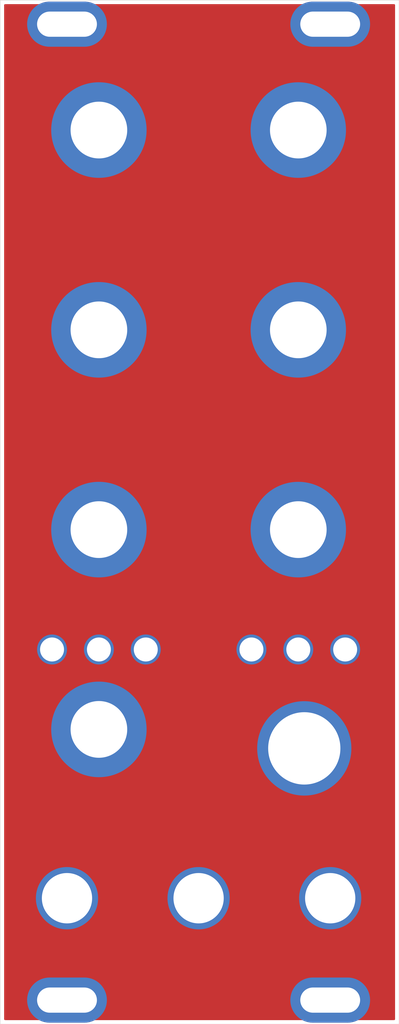
<source format=kicad_pcb>
(kicad_pcb (version 20240108) (generator "pcbnew") (generator_version "8.0")
  (layers (0 "F.Cu" signal) (31 "B.Cu" signal) (34 "B.Paste" user) (35 "F.Paste" user) (36 "B.SilkS" user "B.Silkscreen") (37 "F.SilkS" user "F.Silkscreen") (38 "B.Mask" user) (39 "F.Mask" user) (44 "Edge.Cuts" user))
  (net 0 "")
  (net 1 "GND")
  (footprint "synthesis:thonkiconn_panel" (layer "F.Cu") (at 98.933 147.32)
    (property "Reference" "REF**" (at 0 -0.5 0) (layer "F.SilkS") (effects (font (thickness 0.1))))
    (property "Value" "thonkiconn_panel" (hide yes))
    (pad "" thru_hole circle (at 0 0) (size 7.9248 7.9248) (drill 6.4008) (layers "*.Cu" "*.Mask") (net 1 "GND"))
  )
  (footprint "synthesis:PANEL_KNOB_SPECTRUM_SMALL" (layer "F.Cu") (at 102.997 125.857)
    (property "Reference" "REF**" (at 0 -0.5 0) (layer "F.SilkS") (effects (font (thickness 0.1))))
    (property "Value" "PANEL_KNOB_SPECTRUM_SMALL")
    (pad "" thru_hole circle (at 0 0) (size 12.15 12.15) (drill 7.2136) (layers "*.Cu" "*.Mask") (net 1 "GND"))
  )
  (footprint "synthesis:PANEL_KNOB_SPECTRUM_SMALL" (layer "F.Cu") (at 102.997 100.457)
    (property "Reference" "REF**" (at 0 -0.5 0) (layer "F.SilkS") (effects (font (thickness 0.1))))
    (property "Value" "PANEL_KNOB_SPECTRUM_SMALL")
    (pad "" thru_hole circle (at 0 0) (size 12.15 12.15) (drill 7.2136) (layers "*.Cu" "*.Mask") (net 1 "GND"))
  )
  (footprint "synthesis:PANEL_MOUNTING_HOLE" (layer "F.Cu") (at 132.461 160.274)
    (property "Reference" "REF**" (hide yes))
    (property "Value" "PANEL_MOUNTING_HOLE" (hide yes))
    (pad "" thru_hole oval (at 0 0) (size 10.16 5.7404) (drill oval 7.62 3.2004) (layers "*.Cu" "*.Mask") (net 1 "GND"))
  )
  (footprint "synthesis:3mm_led_faceplate_hole" (layer "F.Cu") (at 122.428 115.697)
    (property "Reference" "REF**" (hide yes))
    (property "Value" "3mm_led_faceplate_hole" (hide yes))
    (pad "" thru_hole circle (at 0 0) (size 3.81 3.81) (drill 3.048) (layers "*.Cu" "*.Mask") (net 1 "GND"))
  )
  (footprint "synthesis:PANEL_KNOB_SPECTRUM_SMALL" (layer "F.Cu") (at 102.997 75.057)
    (property "Reference" "REF**" (at 0 -0.5 0) (layer "F.SilkS") (effects (font (thickness 0.1))))
    (property "Value" "PANEL_KNOB_SPECTRUM_SMALL")
    (pad "" thru_hole circle (at 0 0) (size 12.15 12.15) (drill 7.2136) (layers "*.Cu" "*.Mask") (net 1 "GND"))
  )
  (footprint "synthesis:thonkiconn_panel" (layer "F.Cu") (at 115.697 147.32)
    (property "Reference" "REF**" (at 0 -0.5 0) (layer "F.SilkS") (effects (font (thickness 0.1))))
    (property "Value" "thonkiconn_panel" (hide yes))
    (pad "" thru_hole circle (at 0 0) (size 7.9248 7.9248) (drill 6.4008) (layers "*.Cu" "*.Mask") (net 1 "GND"))
  )
  (footprint "synthesis:3mm_led_faceplate_hole" (layer "F.Cu") (at 134.366 115.697)
    (property "Reference" "REF**" (hide yes))
    (property "Value" "3mm_led_faceplate_hole" (hide yes))
    (pad "" thru_hole circle (at 0 0) (size 3.81 3.81) (drill 3.048) (layers "*.Cu" "*.Mask") (net 1 "GND"))
  )
  (footprint "synthesis:PANEL_MOUNTING_HOLE" (layer "F.Cu") (at 98.933 160.274)
    (property "Reference" "REF**" (hide yes))
    (property "Value" "PANEL_MOUNTING_HOLE" (hide yes))
    (pad "" thru_hole oval (at 0 0) (size 10.16 5.7404) (drill oval 7.62 3.2004) (layers "*.Cu" "*.Mask") (net 1 "GND"))
  )
  (footprint "synthesis:PANEL_MOUNTING_HOLE" (layer "F.Cu") (at 98.933 36.195)
    (property "Reference" "REF**" (hide yes))
    (property "Value" "PANEL_MOUNTING_HOLE" (hide yes))
    (pad "" thru_hole oval (at 0 0) (size 10.16 5.7404) (drill oval 7.62 3.2004) (layers "*.Cu" "*.Mask") (net 1 "GND"))
  )
  (footprint "synthesis:3mm_led_faceplate_hole" (layer "F.Cu") (at 128.397 115.697)
    (property "Reference" "REF**" (hide yes))
    (property "Value" "3mm_led_faceplate_hole" (hide yes))
    (pad "" thru_hole circle (at 0 0) (size 3.81 3.81) (drill 3.048) (layers "*.Cu" "*.Mask") (net 1 "GND"))
  )
  (footprint "synthesis:PANEL_MOUNTING_HOLE" (layer "F.Cu") (at 132.461 36.195)
    (property "Reference" "REF**" (hide yes))
    (property "Value" "PANEL_MOUNTING_HOLE" (hide yes))
    (pad "" thru_hole oval (at 0 0) (size 10.16 5.7404) (drill oval 7.62 3.2004) (layers "*.Cu" "*.Mask") (net 1 "GND"))
  )
  (footprint "synthesis:PANEL_KNOB_SPECTRUM_SMALL" (layer "F.Cu") (at 128.397 49.657)
    (property "Reference" "REF**" (at 0 -0.5 0) (layer "F.SilkS") (effects (font (thickness 0.1))))
    (property "Value" "PANEL_KNOB_SPECTRUM_SMALL")
    (pad "" thru_hole circle (at 0 0) (size 12.15 12.15) (drill 7.2136) (layers "*.Cu" "*.Mask") (net 1 "GND"))
  )
  (footprint "synthesis:thonkiconn_panel" (layer "F.Cu") (at 132.461 147.32)
    (property "Reference" "REF**" (at 0 -0.5 0) (layer "F.SilkS") (effects (font (thickness 0.1))))
    (property "Value" "thonkiconn_panel" (hide yes))
    (pad "" thru_hole circle (at 0 0) (size 7.9248 7.9248) (drill 6.4008) (layers "*.Cu" "*.Mask") (net 1 "GND"))
  )
  (footprint "synthesis:3mm_led_faceplate_hole" (layer "F.Cu") (at 97.028 115.697)
    (property "Reference" "REF**" (hide yes))
    (property "Value" "3mm_led_faceplate_hole" (hide yes))
    (pad "" thru_hole circle (at 0 0) (size 3.81 3.81) (drill 3.048) (layers "*.Cu" "*.Mask") (net 1 "GND"))
  )
  (footprint "synthesis:PANEL_KNOB_SPECTRUM_SMALL" (layer "F.Cu") (at 128.397 75.057)
    (property "Reference" "REF**" (at 0 -0.5 0) (layer "F.SilkS") (effects (font (thickness 0.1))))
    (property "Value" "PANEL_KNOB_SPECTRUM_SMALL")
    (pad "" thru_hole circle (at 0 0) (size 12.15 12.15) (drill 7.2136) (layers "*.Cu" "*.Mask") (net 1 "GND"))
  )
  (footprint "synthesis:PANEL_JACK_0.25''" (layer "F.Cu") (at 129.159 128.27)
    (property "Reference" "REF**" (hide yes))
    (property "Value" "PANEL_JACK_0.25''")
    (pad "" thru_hole circle (at 0 0) (size 12 12) (drill 9.2) (layers "*.Cu" "*.Mask") (net 1 "GND"))
  )
  (footprint "synthesis:3mm_led_faceplate_hole" (layer "F.Cu") (at 102.997 115.697)
    (property "Reference" "REF**" (hide yes))
    (property "Value" "3mm_led_faceplate_hole" (hide yes))
    (pad "" thru_hole circle (at 0 0) (size 3.81 3.81) (drill 3.048) (layers "*.Cu" "*.Mask") (net 1 "GND"))
  )
  (footprint "synthesis:PANEL_KNOB_SPECTRUM_SMALL" (layer "F.Cu") (at 128.397 100.457)
    (property "Reference" "REF**" (at 0 -0.5 0) (layer "F.SilkS") (effects (font (thickness 0.1))))
    (property "Value" "PANEL_KNOB_SPECTRUM_SMALL")
    (pad "" thru_hole circle (at 0 0) (size 12.15 12.15) (drill 7.2136) (layers "*.Cu" "*.Mask") (net 1 "GND"))
  )
  (footprint "synthesis:3mm_led_faceplate_hole" (layer "F.Cu") (at 108.966 115.697)
    (property "Reference" "REF**" (hide yes))
    (property "Value" "3mm_led_faceplate_hole" (hide yes))
    (pad "" thru_hole circle (at 0 0) (size 3.81 3.81) (drill 3.048) (layers "*.Cu" "*.Mask") (net 1 "GND"))
  )
  (footprint "synthesis:PANEL_KNOB_SPECTRUM_SMALL" (layer "F.Cu") (at 102.997 49.657)
    (property "Reference" "REF**" (at 0 -0.5 0) (layer "F.SilkS") (effects (font (thickness 0.1))))
    (property "Value" "PANEL_KNOB_SPECTRUM_SMALL")
    (pad "" thru_hole circle (at 0 0) (size 12.15 12.15) (drill 7.2136) (layers "*.Cu" "*.Mask") (net 1 "GND"))
  )
  (gr_rect (start 90.424 33.147) (end 141.224 163.322) (stroke (width 0.05)) (fill none) (layer "Edge.Cuts"))
  (zone (net 1) (net_name "GND") (layer "F.Cu") (priority 2) (connect_pads (clearance 0.5)) (min_thickness 0.25) (fill yes (thermal_gap 0.5) (thermal_bridge_width 0.5) (island_removal_mode 1) (island_area_min 9.999998))
    (polygon (pts (xy 90.424 33.274) (xy 140.97 33.274) (xy 140.97 163.322) (xy 90.424 163.322)))
  )
)
</source>
